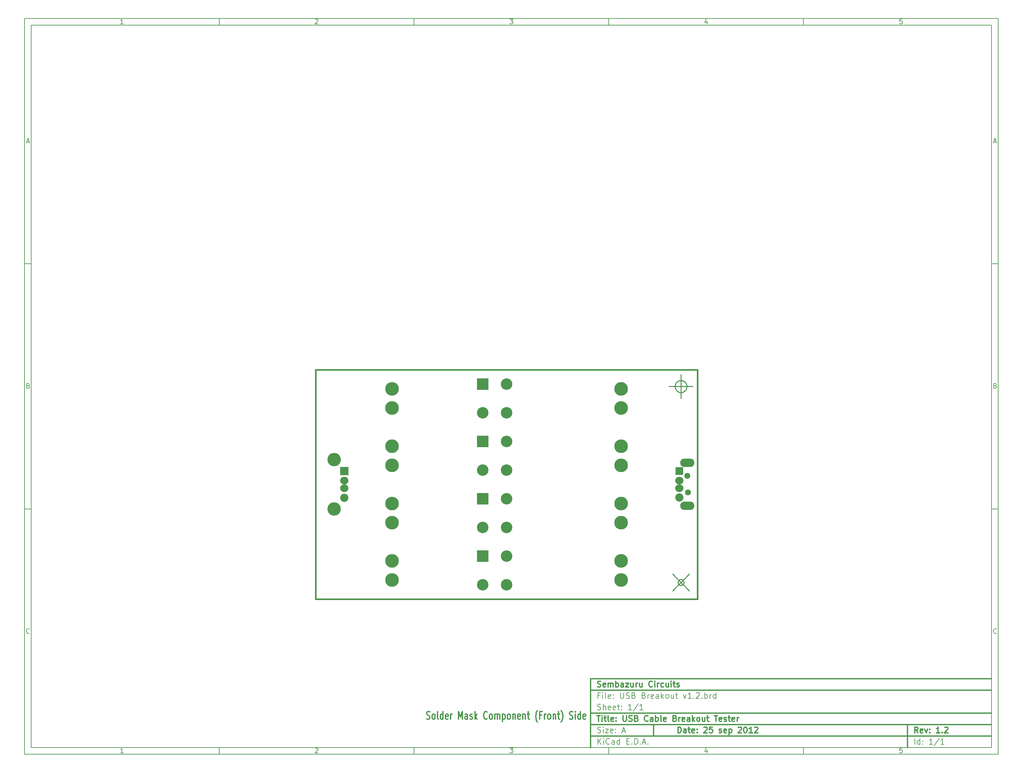
<source format=gts>
G04 (created by PCBNEW-RS274X (2012-01-19 BZR 3256)-stable) date 25/09/2012 17:31:46*
G01*
G70*
G90*
%MOIN*%
G04 Gerber Fmt 3.4, Leading zero omitted, Abs format*
%FSLAX34Y34*%
G04 APERTURE LIST*
%ADD10C,0.006000*%
%ADD11C,0.012000*%
%ADD12C,0.010000*%
%ADD13C,0.015000*%
%ADD14R,0.120000X0.120000*%
%ADD15C,0.120000*%
%ADD16R,0.083200X0.083200*%
%ADD17O,0.086200X0.079100*%
%ADD18C,0.086200*%
%ADD19O,0.148400X0.089400*%
%ADD20C,0.063300*%
%ADD21R,0.086200X0.086200*%
%ADD22C,0.140600*%
%ADD23C,0.143000*%
G04 APERTURE END LIST*
G54D10*
X-30500Y36750D02*
X71500Y36750D01*
X71500Y-40250D01*
X-30500Y-40250D01*
X-30500Y36750D01*
X-29800Y36050D02*
X70800Y36050D01*
X70800Y-39550D01*
X-29800Y-39550D01*
X-29800Y36050D01*
X-10100Y36750D02*
X-10100Y36050D01*
X-20157Y36198D02*
X-20443Y36198D01*
X-20300Y36198D02*
X-20300Y36698D01*
X-20348Y36626D01*
X-20395Y36579D01*
X-20443Y36555D01*
X-10100Y-40250D02*
X-10100Y-39550D01*
X-20157Y-40102D02*
X-20443Y-40102D01*
X-20300Y-40102D02*
X-20300Y-39602D01*
X-20348Y-39674D01*
X-20395Y-39721D01*
X-20443Y-39745D01*
X10300Y36750D02*
X10300Y36050D01*
X-00043Y36650D02*
X-00019Y36674D01*
X00029Y36698D01*
X00148Y36698D01*
X00195Y36674D01*
X00219Y36650D01*
X00243Y36602D01*
X00243Y36555D01*
X00219Y36483D01*
X-00067Y36198D01*
X00243Y36198D01*
X10300Y-40250D02*
X10300Y-39550D01*
X-00043Y-39650D02*
X-00019Y-39626D01*
X00029Y-39602D01*
X00148Y-39602D01*
X00195Y-39626D01*
X00219Y-39650D01*
X00243Y-39698D01*
X00243Y-39745D01*
X00219Y-39817D01*
X-00067Y-40102D01*
X00243Y-40102D01*
X30700Y36750D02*
X30700Y36050D01*
X20333Y36698D02*
X20643Y36698D01*
X20476Y36507D01*
X20548Y36507D01*
X20595Y36483D01*
X20619Y36460D01*
X20643Y36412D01*
X20643Y36293D01*
X20619Y36245D01*
X20595Y36221D01*
X20548Y36198D01*
X20405Y36198D01*
X20357Y36221D01*
X20333Y36245D01*
X30700Y-40250D02*
X30700Y-39550D01*
X20333Y-39602D02*
X20643Y-39602D01*
X20476Y-39793D01*
X20548Y-39793D01*
X20595Y-39817D01*
X20619Y-39840D01*
X20643Y-39888D01*
X20643Y-40007D01*
X20619Y-40055D01*
X20595Y-40079D01*
X20548Y-40102D01*
X20405Y-40102D01*
X20357Y-40079D01*
X20333Y-40055D01*
X51100Y36750D02*
X51100Y36050D01*
X40995Y36531D02*
X40995Y36198D01*
X40876Y36721D02*
X40757Y36364D01*
X41067Y36364D01*
X51100Y-40250D02*
X51100Y-39550D01*
X40995Y-39769D02*
X40995Y-40102D01*
X40876Y-39579D02*
X40757Y-39936D01*
X41067Y-39936D01*
X61419Y36698D02*
X61181Y36698D01*
X61157Y36460D01*
X61181Y36483D01*
X61229Y36507D01*
X61348Y36507D01*
X61395Y36483D01*
X61419Y36460D01*
X61443Y36412D01*
X61443Y36293D01*
X61419Y36245D01*
X61395Y36221D01*
X61348Y36198D01*
X61229Y36198D01*
X61181Y36221D01*
X61157Y36245D01*
X61419Y-39602D02*
X61181Y-39602D01*
X61157Y-39840D01*
X61181Y-39817D01*
X61229Y-39793D01*
X61348Y-39793D01*
X61395Y-39817D01*
X61419Y-39840D01*
X61443Y-39888D01*
X61443Y-40007D01*
X61419Y-40055D01*
X61395Y-40079D01*
X61348Y-40102D01*
X61229Y-40102D01*
X61181Y-40079D01*
X61157Y-40055D01*
X-30500Y11090D02*
X-29800Y11090D01*
X-30269Y23860D02*
X-30031Y23860D01*
X-30316Y23718D02*
X-30150Y24218D01*
X-29983Y23718D01*
X71500Y11090D02*
X70800Y11090D01*
X71031Y23860D02*
X71269Y23860D01*
X70984Y23718D02*
X71150Y24218D01*
X71317Y23718D01*
X-30500Y-14570D02*
X-29800Y-14570D01*
X-30114Y-01680D02*
X-30043Y-01704D01*
X-30019Y-01728D01*
X-29995Y-01776D01*
X-29995Y-01847D01*
X-30019Y-01895D01*
X-30043Y-01919D01*
X-30090Y-01942D01*
X-30281Y-01942D01*
X-30281Y-01442D01*
X-30114Y-01442D01*
X-30067Y-01466D01*
X-30043Y-01490D01*
X-30019Y-01538D01*
X-30019Y-01585D01*
X-30043Y-01633D01*
X-30067Y-01657D01*
X-30114Y-01680D01*
X-30281Y-01680D01*
X71500Y-14570D02*
X70800Y-14570D01*
X71186Y-01680D02*
X71257Y-01704D01*
X71281Y-01728D01*
X71305Y-01776D01*
X71305Y-01847D01*
X71281Y-01895D01*
X71257Y-01919D01*
X71210Y-01942D01*
X71019Y-01942D01*
X71019Y-01442D01*
X71186Y-01442D01*
X71233Y-01466D01*
X71257Y-01490D01*
X71281Y-01538D01*
X71281Y-01585D01*
X71257Y-01633D01*
X71233Y-01657D01*
X71186Y-01680D01*
X71019Y-01680D01*
X-29995Y-27555D02*
X-30019Y-27579D01*
X-30090Y-27602D01*
X-30138Y-27602D01*
X-30210Y-27579D01*
X-30257Y-27531D01*
X-30281Y-27483D01*
X-30305Y-27388D01*
X-30305Y-27317D01*
X-30281Y-27221D01*
X-30257Y-27174D01*
X-30210Y-27126D01*
X-30138Y-27102D01*
X-30090Y-27102D01*
X-30019Y-27126D01*
X-29995Y-27150D01*
X71305Y-27555D02*
X71281Y-27579D01*
X71210Y-27602D01*
X71162Y-27602D01*
X71090Y-27579D01*
X71043Y-27531D01*
X71019Y-27483D01*
X70995Y-27388D01*
X70995Y-27317D01*
X71019Y-27221D01*
X71043Y-27174D01*
X71090Y-27126D01*
X71162Y-27102D01*
X71210Y-27102D01*
X71281Y-27126D01*
X71305Y-27150D01*
G54D11*
X37943Y-37993D02*
X37943Y-37393D01*
X38086Y-37393D01*
X38171Y-37421D01*
X38229Y-37479D01*
X38257Y-37536D01*
X38286Y-37650D01*
X38286Y-37736D01*
X38257Y-37850D01*
X38229Y-37907D01*
X38171Y-37964D01*
X38086Y-37993D01*
X37943Y-37993D01*
X38800Y-37993D02*
X38800Y-37679D01*
X38771Y-37621D01*
X38714Y-37593D01*
X38600Y-37593D01*
X38543Y-37621D01*
X38800Y-37964D02*
X38743Y-37993D01*
X38600Y-37993D01*
X38543Y-37964D01*
X38514Y-37907D01*
X38514Y-37850D01*
X38543Y-37793D01*
X38600Y-37764D01*
X38743Y-37764D01*
X38800Y-37736D01*
X39000Y-37593D02*
X39229Y-37593D01*
X39086Y-37393D02*
X39086Y-37907D01*
X39114Y-37964D01*
X39172Y-37993D01*
X39229Y-37993D01*
X39657Y-37964D02*
X39600Y-37993D01*
X39486Y-37993D01*
X39429Y-37964D01*
X39400Y-37907D01*
X39400Y-37679D01*
X39429Y-37621D01*
X39486Y-37593D01*
X39600Y-37593D01*
X39657Y-37621D01*
X39686Y-37679D01*
X39686Y-37736D01*
X39400Y-37793D01*
X39943Y-37936D02*
X39971Y-37964D01*
X39943Y-37993D01*
X39914Y-37964D01*
X39943Y-37936D01*
X39943Y-37993D01*
X39943Y-37621D02*
X39971Y-37650D01*
X39943Y-37679D01*
X39914Y-37650D01*
X39943Y-37621D01*
X39943Y-37679D01*
X40657Y-37450D02*
X40686Y-37421D01*
X40743Y-37393D01*
X40886Y-37393D01*
X40943Y-37421D01*
X40972Y-37450D01*
X41000Y-37507D01*
X41000Y-37564D01*
X40972Y-37650D01*
X40629Y-37993D01*
X41000Y-37993D01*
X41543Y-37393D02*
X41257Y-37393D01*
X41228Y-37679D01*
X41257Y-37650D01*
X41314Y-37621D01*
X41457Y-37621D01*
X41514Y-37650D01*
X41543Y-37679D01*
X41571Y-37736D01*
X41571Y-37879D01*
X41543Y-37936D01*
X41514Y-37964D01*
X41457Y-37993D01*
X41314Y-37993D01*
X41257Y-37964D01*
X41228Y-37936D01*
X42256Y-37964D02*
X42313Y-37993D01*
X42428Y-37993D01*
X42485Y-37964D01*
X42513Y-37907D01*
X42513Y-37879D01*
X42485Y-37821D01*
X42428Y-37793D01*
X42342Y-37793D01*
X42285Y-37764D01*
X42256Y-37707D01*
X42256Y-37679D01*
X42285Y-37621D01*
X42342Y-37593D01*
X42428Y-37593D01*
X42485Y-37621D01*
X42999Y-37964D02*
X42942Y-37993D01*
X42828Y-37993D01*
X42771Y-37964D01*
X42742Y-37907D01*
X42742Y-37679D01*
X42771Y-37621D01*
X42828Y-37593D01*
X42942Y-37593D01*
X42999Y-37621D01*
X43028Y-37679D01*
X43028Y-37736D01*
X42742Y-37793D01*
X43285Y-37593D02*
X43285Y-38193D01*
X43285Y-37621D02*
X43342Y-37593D01*
X43456Y-37593D01*
X43513Y-37621D01*
X43542Y-37650D01*
X43571Y-37707D01*
X43571Y-37879D01*
X43542Y-37936D01*
X43513Y-37964D01*
X43456Y-37993D01*
X43342Y-37993D01*
X43285Y-37964D01*
X44256Y-37450D02*
X44285Y-37421D01*
X44342Y-37393D01*
X44485Y-37393D01*
X44542Y-37421D01*
X44571Y-37450D01*
X44599Y-37507D01*
X44599Y-37564D01*
X44571Y-37650D01*
X44228Y-37993D01*
X44599Y-37993D01*
X44970Y-37393D02*
X45027Y-37393D01*
X45084Y-37421D01*
X45113Y-37450D01*
X45142Y-37507D01*
X45170Y-37621D01*
X45170Y-37764D01*
X45142Y-37879D01*
X45113Y-37936D01*
X45084Y-37964D01*
X45027Y-37993D01*
X44970Y-37993D01*
X44913Y-37964D01*
X44884Y-37936D01*
X44856Y-37879D01*
X44827Y-37764D01*
X44827Y-37621D01*
X44856Y-37507D01*
X44884Y-37450D01*
X44913Y-37421D01*
X44970Y-37393D01*
X45741Y-37993D02*
X45398Y-37993D01*
X45570Y-37993D02*
X45570Y-37393D01*
X45513Y-37479D01*
X45455Y-37536D01*
X45398Y-37564D01*
X45969Y-37450D02*
X45998Y-37421D01*
X46055Y-37393D01*
X46198Y-37393D01*
X46255Y-37421D01*
X46284Y-37450D01*
X46312Y-37507D01*
X46312Y-37564D01*
X46284Y-37650D01*
X45941Y-37993D01*
X46312Y-37993D01*
G54D10*
X29543Y-39193D02*
X29543Y-38593D01*
X29886Y-39193D02*
X29629Y-38850D01*
X29886Y-38593D02*
X29543Y-38936D01*
X30143Y-39193D02*
X30143Y-38793D01*
X30143Y-38593D02*
X30114Y-38621D01*
X30143Y-38650D01*
X30171Y-38621D01*
X30143Y-38593D01*
X30143Y-38650D01*
X30772Y-39136D02*
X30743Y-39164D01*
X30657Y-39193D01*
X30600Y-39193D01*
X30515Y-39164D01*
X30457Y-39107D01*
X30429Y-39050D01*
X30400Y-38936D01*
X30400Y-38850D01*
X30429Y-38736D01*
X30457Y-38679D01*
X30515Y-38621D01*
X30600Y-38593D01*
X30657Y-38593D01*
X30743Y-38621D01*
X30772Y-38650D01*
X31286Y-39193D02*
X31286Y-38879D01*
X31257Y-38821D01*
X31200Y-38793D01*
X31086Y-38793D01*
X31029Y-38821D01*
X31286Y-39164D02*
X31229Y-39193D01*
X31086Y-39193D01*
X31029Y-39164D01*
X31000Y-39107D01*
X31000Y-39050D01*
X31029Y-38993D01*
X31086Y-38964D01*
X31229Y-38964D01*
X31286Y-38936D01*
X31829Y-39193D02*
X31829Y-38593D01*
X31829Y-39164D02*
X31772Y-39193D01*
X31658Y-39193D01*
X31600Y-39164D01*
X31572Y-39136D01*
X31543Y-39079D01*
X31543Y-38907D01*
X31572Y-38850D01*
X31600Y-38821D01*
X31658Y-38793D01*
X31772Y-38793D01*
X31829Y-38821D01*
X32572Y-38879D02*
X32772Y-38879D01*
X32858Y-39193D02*
X32572Y-39193D01*
X32572Y-38593D01*
X32858Y-38593D01*
X33115Y-39136D02*
X33143Y-39164D01*
X33115Y-39193D01*
X33086Y-39164D01*
X33115Y-39136D01*
X33115Y-39193D01*
X33401Y-39193D02*
X33401Y-38593D01*
X33544Y-38593D01*
X33629Y-38621D01*
X33687Y-38679D01*
X33715Y-38736D01*
X33744Y-38850D01*
X33744Y-38936D01*
X33715Y-39050D01*
X33687Y-39107D01*
X33629Y-39164D01*
X33544Y-39193D01*
X33401Y-39193D01*
X34001Y-39136D02*
X34029Y-39164D01*
X34001Y-39193D01*
X33972Y-39164D01*
X34001Y-39136D01*
X34001Y-39193D01*
X34258Y-39021D02*
X34544Y-39021D01*
X34201Y-39193D02*
X34401Y-38593D01*
X34601Y-39193D01*
X34801Y-39136D02*
X34829Y-39164D01*
X34801Y-39193D01*
X34772Y-39164D01*
X34801Y-39136D01*
X34801Y-39193D01*
G54D11*
X63086Y-37993D02*
X62886Y-37707D01*
X62743Y-37993D02*
X62743Y-37393D01*
X62971Y-37393D01*
X63029Y-37421D01*
X63057Y-37450D01*
X63086Y-37507D01*
X63086Y-37593D01*
X63057Y-37650D01*
X63029Y-37679D01*
X62971Y-37707D01*
X62743Y-37707D01*
X63571Y-37964D02*
X63514Y-37993D01*
X63400Y-37993D01*
X63343Y-37964D01*
X63314Y-37907D01*
X63314Y-37679D01*
X63343Y-37621D01*
X63400Y-37593D01*
X63514Y-37593D01*
X63571Y-37621D01*
X63600Y-37679D01*
X63600Y-37736D01*
X63314Y-37793D01*
X63800Y-37593D02*
X63943Y-37993D01*
X64085Y-37593D01*
X64314Y-37936D02*
X64342Y-37964D01*
X64314Y-37993D01*
X64285Y-37964D01*
X64314Y-37936D01*
X64314Y-37993D01*
X64314Y-37621D02*
X64342Y-37650D01*
X64314Y-37679D01*
X64285Y-37650D01*
X64314Y-37621D01*
X64314Y-37679D01*
X65371Y-37993D02*
X65028Y-37993D01*
X65200Y-37993D02*
X65200Y-37393D01*
X65143Y-37479D01*
X65085Y-37536D01*
X65028Y-37564D01*
X65628Y-37936D02*
X65656Y-37964D01*
X65628Y-37993D01*
X65599Y-37964D01*
X65628Y-37936D01*
X65628Y-37993D01*
X65885Y-37450D02*
X65914Y-37421D01*
X65971Y-37393D01*
X66114Y-37393D01*
X66171Y-37421D01*
X66200Y-37450D01*
X66228Y-37507D01*
X66228Y-37564D01*
X66200Y-37650D01*
X65857Y-37993D01*
X66228Y-37993D01*
G54D10*
X29514Y-37964D02*
X29600Y-37993D01*
X29743Y-37993D01*
X29800Y-37964D01*
X29829Y-37936D01*
X29857Y-37879D01*
X29857Y-37821D01*
X29829Y-37764D01*
X29800Y-37736D01*
X29743Y-37707D01*
X29629Y-37679D01*
X29571Y-37650D01*
X29543Y-37621D01*
X29514Y-37564D01*
X29514Y-37507D01*
X29543Y-37450D01*
X29571Y-37421D01*
X29629Y-37393D01*
X29771Y-37393D01*
X29857Y-37421D01*
X30114Y-37993D02*
X30114Y-37593D01*
X30114Y-37393D02*
X30085Y-37421D01*
X30114Y-37450D01*
X30142Y-37421D01*
X30114Y-37393D01*
X30114Y-37450D01*
X30343Y-37593D02*
X30657Y-37593D01*
X30343Y-37993D01*
X30657Y-37993D01*
X31114Y-37964D02*
X31057Y-37993D01*
X30943Y-37993D01*
X30886Y-37964D01*
X30857Y-37907D01*
X30857Y-37679D01*
X30886Y-37621D01*
X30943Y-37593D01*
X31057Y-37593D01*
X31114Y-37621D01*
X31143Y-37679D01*
X31143Y-37736D01*
X30857Y-37793D01*
X31400Y-37936D02*
X31428Y-37964D01*
X31400Y-37993D01*
X31371Y-37964D01*
X31400Y-37936D01*
X31400Y-37993D01*
X31400Y-37621D02*
X31428Y-37650D01*
X31400Y-37679D01*
X31371Y-37650D01*
X31400Y-37621D01*
X31400Y-37679D01*
X32114Y-37821D02*
X32400Y-37821D01*
X32057Y-37993D02*
X32257Y-37393D01*
X32457Y-37993D01*
X62743Y-39193D02*
X62743Y-38593D01*
X63286Y-39193D02*
X63286Y-38593D01*
X63286Y-39164D02*
X63229Y-39193D01*
X63115Y-39193D01*
X63057Y-39164D01*
X63029Y-39136D01*
X63000Y-39079D01*
X63000Y-38907D01*
X63029Y-38850D01*
X63057Y-38821D01*
X63115Y-38793D01*
X63229Y-38793D01*
X63286Y-38821D01*
X63572Y-39136D02*
X63600Y-39164D01*
X63572Y-39193D01*
X63543Y-39164D01*
X63572Y-39136D01*
X63572Y-39193D01*
X63572Y-38821D02*
X63600Y-38850D01*
X63572Y-38879D01*
X63543Y-38850D01*
X63572Y-38821D01*
X63572Y-38879D01*
X64629Y-39193D02*
X64286Y-39193D01*
X64458Y-39193D02*
X64458Y-38593D01*
X64401Y-38679D01*
X64343Y-38736D01*
X64286Y-38764D01*
X65314Y-38564D02*
X64800Y-39336D01*
X65829Y-39193D02*
X65486Y-39193D01*
X65658Y-39193D02*
X65658Y-38593D01*
X65601Y-38679D01*
X65543Y-38736D01*
X65486Y-38764D01*
G54D11*
X29457Y-36193D02*
X29800Y-36193D01*
X29629Y-36793D02*
X29629Y-36193D01*
X30000Y-36793D02*
X30000Y-36393D01*
X30000Y-36193D02*
X29971Y-36221D01*
X30000Y-36250D01*
X30028Y-36221D01*
X30000Y-36193D01*
X30000Y-36250D01*
X30200Y-36393D02*
X30429Y-36393D01*
X30286Y-36193D02*
X30286Y-36707D01*
X30314Y-36764D01*
X30372Y-36793D01*
X30429Y-36793D01*
X30715Y-36793D02*
X30657Y-36764D01*
X30629Y-36707D01*
X30629Y-36193D01*
X31171Y-36764D02*
X31114Y-36793D01*
X31000Y-36793D01*
X30943Y-36764D01*
X30914Y-36707D01*
X30914Y-36479D01*
X30943Y-36421D01*
X31000Y-36393D01*
X31114Y-36393D01*
X31171Y-36421D01*
X31200Y-36479D01*
X31200Y-36536D01*
X30914Y-36593D01*
X31457Y-36736D02*
X31485Y-36764D01*
X31457Y-36793D01*
X31428Y-36764D01*
X31457Y-36736D01*
X31457Y-36793D01*
X31457Y-36421D02*
X31485Y-36450D01*
X31457Y-36479D01*
X31428Y-36450D01*
X31457Y-36421D01*
X31457Y-36479D01*
X32200Y-36193D02*
X32200Y-36679D01*
X32228Y-36736D01*
X32257Y-36764D01*
X32314Y-36793D01*
X32428Y-36793D01*
X32486Y-36764D01*
X32514Y-36736D01*
X32543Y-36679D01*
X32543Y-36193D01*
X32800Y-36764D02*
X32886Y-36793D01*
X33029Y-36793D01*
X33086Y-36764D01*
X33115Y-36736D01*
X33143Y-36679D01*
X33143Y-36621D01*
X33115Y-36564D01*
X33086Y-36536D01*
X33029Y-36507D01*
X32915Y-36479D01*
X32857Y-36450D01*
X32829Y-36421D01*
X32800Y-36364D01*
X32800Y-36307D01*
X32829Y-36250D01*
X32857Y-36221D01*
X32915Y-36193D01*
X33057Y-36193D01*
X33143Y-36221D01*
X33600Y-36479D02*
X33686Y-36507D01*
X33714Y-36536D01*
X33743Y-36593D01*
X33743Y-36679D01*
X33714Y-36736D01*
X33686Y-36764D01*
X33628Y-36793D01*
X33400Y-36793D01*
X33400Y-36193D01*
X33600Y-36193D01*
X33657Y-36221D01*
X33686Y-36250D01*
X33714Y-36307D01*
X33714Y-36364D01*
X33686Y-36421D01*
X33657Y-36450D01*
X33600Y-36479D01*
X33400Y-36479D01*
X34800Y-36736D02*
X34771Y-36764D01*
X34685Y-36793D01*
X34628Y-36793D01*
X34543Y-36764D01*
X34485Y-36707D01*
X34457Y-36650D01*
X34428Y-36536D01*
X34428Y-36450D01*
X34457Y-36336D01*
X34485Y-36279D01*
X34543Y-36221D01*
X34628Y-36193D01*
X34685Y-36193D01*
X34771Y-36221D01*
X34800Y-36250D01*
X35314Y-36793D02*
X35314Y-36479D01*
X35285Y-36421D01*
X35228Y-36393D01*
X35114Y-36393D01*
X35057Y-36421D01*
X35314Y-36764D02*
X35257Y-36793D01*
X35114Y-36793D01*
X35057Y-36764D01*
X35028Y-36707D01*
X35028Y-36650D01*
X35057Y-36593D01*
X35114Y-36564D01*
X35257Y-36564D01*
X35314Y-36536D01*
X35600Y-36793D02*
X35600Y-36193D01*
X35600Y-36421D02*
X35657Y-36393D01*
X35771Y-36393D01*
X35828Y-36421D01*
X35857Y-36450D01*
X35886Y-36507D01*
X35886Y-36679D01*
X35857Y-36736D01*
X35828Y-36764D01*
X35771Y-36793D01*
X35657Y-36793D01*
X35600Y-36764D01*
X36229Y-36793D02*
X36171Y-36764D01*
X36143Y-36707D01*
X36143Y-36193D01*
X36685Y-36764D02*
X36628Y-36793D01*
X36514Y-36793D01*
X36457Y-36764D01*
X36428Y-36707D01*
X36428Y-36479D01*
X36457Y-36421D01*
X36514Y-36393D01*
X36628Y-36393D01*
X36685Y-36421D01*
X36714Y-36479D01*
X36714Y-36536D01*
X36428Y-36593D01*
X37628Y-36479D02*
X37714Y-36507D01*
X37742Y-36536D01*
X37771Y-36593D01*
X37771Y-36679D01*
X37742Y-36736D01*
X37714Y-36764D01*
X37656Y-36793D01*
X37428Y-36793D01*
X37428Y-36193D01*
X37628Y-36193D01*
X37685Y-36221D01*
X37714Y-36250D01*
X37742Y-36307D01*
X37742Y-36364D01*
X37714Y-36421D01*
X37685Y-36450D01*
X37628Y-36479D01*
X37428Y-36479D01*
X38028Y-36793D02*
X38028Y-36393D01*
X38028Y-36507D02*
X38056Y-36450D01*
X38085Y-36421D01*
X38142Y-36393D01*
X38199Y-36393D01*
X38627Y-36764D02*
X38570Y-36793D01*
X38456Y-36793D01*
X38399Y-36764D01*
X38370Y-36707D01*
X38370Y-36479D01*
X38399Y-36421D01*
X38456Y-36393D01*
X38570Y-36393D01*
X38627Y-36421D01*
X38656Y-36479D01*
X38656Y-36536D01*
X38370Y-36593D01*
X39170Y-36793D02*
X39170Y-36479D01*
X39141Y-36421D01*
X39084Y-36393D01*
X38970Y-36393D01*
X38913Y-36421D01*
X39170Y-36764D02*
X39113Y-36793D01*
X38970Y-36793D01*
X38913Y-36764D01*
X38884Y-36707D01*
X38884Y-36650D01*
X38913Y-36593D01*
X38970Y-36564D01*
X39113Y-36564D01*
X39170Y-36536D01*
X39456Y-36793D02*
X39456Y-36193D01*
X39513Y-36564D02*
X39684Y-36793D01*
X39684Y-36393D02*
X39456Y-36621D01*
X40028Y-36793D02*
X39970Y-36764D01*
X39942Y-36736D01*
X39913Y-36679D01*
X39913Y-36507D01*
X39942Y-36450D01*
X39970Y-36421D01*
X40028Y-36393D01*
X40113Y-36393D01*
X40170Y-36421D01*
X40199Y-36450D01*
X40228Y-36507D01*
X40228Y-36679D01*
X40199Y-36736D01*
X40170Y-36764D01*
X40113Y-36793D01*
X40028Y-36793D01*
X40742Y-36393D02*
X40742Y-36793D01*
X40485Y-36393D02*
X40485Y-36707D01*
X40513Y-36764D01*
X40571Y-36793D01*
X40656Y-36793D01*
X40713Y-36764D01*
X40742Y-36736D01*
X40942Y-36393D02*
X41171Y-36393D01*
X41028Y-36193D02*
X41028Y-36707D01*
X41056Y-36764D01*
X41114Y-36793D01*
X41171Y-36793D01*
X41742Y-36193D02*
X42085Y-36193D01*
X41914Y-36793D02*
X41914Y-36193D01*
X42513Y-36764D02*
X42456Y-36793D01*
X42342Y-36793D01*
X42285Y-36764D01*
X42256Y-36707D01*
X42256Y-36479D01*
X42285Y-36421D01*
X42342Y-36393D01*
X42456Y-36393D01*
X42513Y-36421D01*
X42542Y-36479D01*
X42542Y-36536D01*
X42256Y-36593D01*
X42770Y-36764D02*
X42827Y-36793D01*
X42942Y-36793D01*
X42999Y-36764D01*
X43027Y-36707D01*
X43027Y-36679D01*
X42999Y-36621D01*
X42942Y-36593D01*
X42856Y-36593D01*
X42799Y-36564D01*
X42770Y-36507D01*
X42770Y-36479D01*
X42799Y-36421D01*
X42856Y-36393D01*
X42942Y-36393D01*
X42999Y-36421D01*
X43199Y-36393D02*
X43428Y-36393D01*
X43285Y-36193D02*
X43285Y-36707D01*
X43313Y-36764D01*
X43371Y-36793D01*
X43428Y-36793D01*
X43856Y-36764D02*
X43799Y-36793D01*
X43685Y-36793D01*
X43628Y-36764D01*
X43599Y-36707D01*
X43599Y-36479D01*
X43628Y-36421D01*
X43685Y-36393D01*
X43799Y-36393D01*
X43856Y-36421D01*
X43885Y-36479D01*
X43885Y-36536D01*
X43599Y-36593D01*
X44142Y-36793D02*
X44142Y-36393D01*
X44142Y-36507D02*
X44170Y-36450D01*
X44199Y-36421D01*
X44256Y-36393D01*
X44313Y-36393D01*
G54D10*
X29743Y-34079D02*
X29543Y-34079D01*
X29543Y-34393D02*
X29543Y-33793D01*
X29829Y-33793D01*
X30057Y-34393D02*
X30057Y-33993D01*
X30057Y-33793D02*
X30028Y-33821D01*
X30057Y-33850D01*
X30085Y-33821D01*
X30057Y-33793D01*
X30057Y-33850D01*
X30429Y-34393D02*
X30371Y-34364D01*
X30343Y-34307D01*
X30343Y-33793D01*
X30885Y-34364D02*
X30828Y-34393D01*
X30714Y-34393D01*
X30657Y-34364D01*
X30628Y-34307D01*
X30628Y-34079D01*
X30657Y-34021D01*
X30714Y-33993D01*
X30828Y-33993D01*
X30885Y-34021D01*
X30914Y-34079D01*
X30914Y-34136D01*
X30628Y-34193D01*
X31171Y-34336D02*
X31199Y-34364D01*
X31171Y-34393D01*
X31142Y-34364D01*
X31171Y-34336D01*
X31171Y-34393D01*
X31171Y-34021D02*
X31199Y-34050D01*
X31171Y-34079D01*
X31142Y-34050D01*
X31171Y-34021D01*
X31171Y-34079D01*
X31914Y-33793D02*
X31914Y-34279D01*
X31942Y-34336D01*
X31971Y-34364D01*
X32028Y-34393D01*
X32142Y-34393D01*
X32200Y-34364D01*
X32228Y-34336D01*
X32257Y-34279D01*
X32257Y-33793D01*
X32514Y-34364D02*
X32600Y-34393D01*
X32743Y-34393D01*
X32800Y-34364D01*
X32829Y-34336D01*
X32857Y-34279D01*
X32857Y-34221D01*
X32829Y-34164D01*
X32800Y-34136D01*
X32743Y-34107D01*
X32629Y-34079D01*
X32571Y-34050D01*
X32543Y-34021D01*
X32514Y-33964D01*
X32514Y-33907D01*
X32543Y-33850D01*
X32571Y-33821D01*
X32629Y-33793D01*
X32771Y-33793D01*
X32857Y-33821D01*
X33314Y-34079D02*
X33400Y-34107D01*
X33428Y-34136D01*
X33457Y-34193D01*
X33457Y-34279D01*
X33428Y-34336D01*
X33400Y-34364D01*
X33342Y-34393D01*
X33114Y-34393D01*
X33114Y-33793D01*
X33314Y-33793D01*
X33371Y-33821D01*
X33400Y-33850D01*
X33428Y-33907D01*
X33428Y-33964D01*
X33400Y-34021D01*
X33371Y-34050D01*
X33314Y-34079D01*
X33114Y-34079D01*
X34371Y-34079D02*
X34457Y-34107D01*
X34485Y-34136D01*
X34514Y-34193D01*
X34514Y-34279D01*
X34485Y-34336D01*
X34457Y-34364D01*
X34399Y-34393D01*
X34171Y-34393D01*
X34171Y-33793D01*
X34371Y-33793D01*
X34428Y-33821D01*
X34457Y-33850D01*
X34485Y-33907D01*
X34485Y-33964D01*
X34457Y-34021D01*
X34428Y-34050D01*
X34371Y-34079D01*
X34171Y-34079D01*
X34771Y-34393D02*
X34771Y-33993D01*
X34771Y-34107D02*
X34799Y-34050D01*
X34828Y-34021D01*
X34885Y-33993D01*
X34942Y-33993D01*
X35370Y-34364D02*
X35313Y-34393D01*
X35199Y-34393D01*
X35142Y-34364D01*
X35113Y-34307D01*
X35113Y-34079D01*
X35142Y-34021D01*
X35199Y-33993D01*
X35313Y-33993D01*
X35370Y-34021D01*
X35399Y-34079D01*
X35399Y-34136D01*
X35113Y-34193D01*
X35913Y-34393D02*
X35913Y-34079D01*
X35884Y-34021D01*
X35827Y-33993D01*
X35713Y-33993D01*
X35656Y-34021D01*
X35913Y-34364D02*
X35856Y-34393D01*
X35713Y-34393D01*
X35656Y-34364D01*
X35627Y-34307D01*
X35627Y-34250D01*
X35656Y-34193D01*
X35713Y-34164D01*
X35856Y-34164D01*
X35913Y-34136D01*
X36199Y-34393D02*
X36199Y-33793D01*
X36256Y-34164D02*
X36427Y-34393D01*
X36427Y-33993D02*
X36199Y-34221D01*
X36771Y-34393D02*
X36713Y-34364D01*
X36685Y-34336D01*
X36656Y-34279D01*
X36656Y-34107D01*
X36685Y-34050D01*
X36713Y-34021D01*
X36771Y-33993D01*
X36856Y-33993D01*
X36913Y-34021D01*
X36942Y-34050D01*
X36971Y-34107D01*
X36971Y-34279D01*
X36942Y-34336D01*
X36913Y-34364D01*
X36856Y-34393D01*
X36771Y-34393D01*
X37485Y-33993D02*
X37485Y-34393D01*
X37228Y-33993D02*
X37228Y-34307D01*
X37256Y-34364D01*
X37314Y-34393D01*
X37399Y-34393D01*
X37456Y-34364D01*
X37485Y-34336D01*
X37685Y-33993D02*
X37914Y-33993D01*
X37771Y-33793D02*
X37771Y-34307D01*
X37799Y-34364D01*
X37857Y-34393D01*
X37914Y-34393D01*
X38514Y-33993D02*
X38657Y-34393D01*
X38799Y-33993D01*
X39342Y-34393D02*
X38999Y-34393D01*
X39171Y-34393D02*
X39171Y-33793D01*
X39114Y-33879D01*
X39056Y-33936D01*
X38999Y-33964D01*
X39599Y-34336D02*
X39627Y-34364D01*
X39599Y-34393D01*
X39570Y-34364D01*
X39599Y-34336D01*
X39599Y-34393D01*
X39856Y-33850D02*
X39885Y-33821D01*
X39942Y-33793D01*
X40085Y-33793D01*
X40142Y-33821D01*
X40171Y-33850D01*
X40199Y-33907D01*
X40199Y-33964D01*
X40171Y-34050D01*
X39828Y-34393D01*
X40199Y-34393D01*
X40456Y-34336D02*
X40484Y-34364D01*
X40456Y-34393D01*
X40427Y-34364D01*
X40456Y-34336D01*
X40456Y-34393D01*
X40742Y-34393D02*
X40742Y-33793D01*
X40742Y-34021D02*
X40799Y-33993D01*
X40913Y-33993D01*
X40970Y-34021D01*
X40999Y-34050D01*
X41028Y-34107D01*
X41028Y-34279D01*
X40999Y-34336D01*
X40970Y-34364D01*
X40913Y-34393D01*
X40799Y-34393D01*
X40742Y-34364D01*
X41285Y-34393D02*
X41285Y-33993D01*
X41285Y-34107D02*
X41313Y-34050D01*
X41342Y-34021D01*
X41399Y-33993D01*
X41456Y-33993D01*
X41913Y-34393D02*
X41913Y-33793D01*
X41913Y-34364D02*
X41856Y-34393D01*
X41742Y-34393D01*
X41684Y-34364D01*
X41656Y-34336D01*
X41627Y-34279D01*
X41627Y-34107D01*
X41656Y-34050D01*
X41684Y-34021D01*
X41742Y-33993D01*
X41856Y-33993D01*
X41913Y-34021D01*
X29514Y-35564D02*
X29600Y-35593D01*
X29743Y-35593D01*
X29800Y-35564D01*
X29829Y-35536D01*
X29857Y-35479D01*
X29857Y-35421D01*
X29829Y-35364D01*
X29800Y-35336D01*
X29743Y-35307D01*
X29629Y-35279D01*
X29571Y-35250D01*
X29543Y-35221D01*
X29514Y-35164D01*
X29514Y-35107D01*
X29543Y-35050D01*
X29571Y-35021D01*
X29629Y-34993D01*
X29771Y-34993D01*
X29857Y-35021D01*
X30114Y-35593D02*
X30114Y-34993D01*
X30371Y-35593D02*
X30371Y-35279D01*
X30342Y-35221D01*
X30285Y-35193D01*
X30200Y-35193D01*
X30142Y-35221D01*
X30114Y-35250D01*
X30885Y-35564D02*
X30828Y-35593D01*
X30714Y-35593D01*
X30657Y-35564D01*
X30628Y-35507D01*
X30628Y-35279D01*
X30657Y-35221D01*
X30714Y-35193D01*
X30828Y-35193D01*
X30885Y-35221D01*
X30914Y-35279D01*
X30914Y-35336D01*
X30628Y-35393D01*
X31399Y-35564D02*
X31342Y-35593D01*
X31228Y-35593D01*
X31171Y-35564D01*
X31142Y-35507D01*
X31142Y-35279D01*
X31171Y-35221D01*
X31228Y-35193D01*
X31342Y-35193D01*
X31399Y-35221D01*
X31428Y-35279D01*
X31428Y-35336D01*
X31142Y-35393D01*
X31599Y-35193D02*
X31828Y-35193D01*
X31685Y-34993D02*
X31685Y-35507D01*
X31713Y-35564D01*
X31771Y-35593D01*
X31828Y-35593D01*
X32028Y-35536D02*
X32056Y-35564D01*
X32028Y-35593D01*
X31999Y-35564D01*
X32028Y-35536D01*
X32028Y-35593D01*
X32028Y-35221D02*
X32056Y-35250D01*
X32028Y-35279D01*
X31999Y-35250D01*
X32028Y-35221D01*
X32028Y-35279D01*
X33085Y-35593D02*
X32742Y-35593D01*
X32914Y-35593D02*
X32914Y-34993D01*
X32857Y-35079D01*
X32799Y-35136D01*
X32742Y-35164D01*
X33770Y-34964D02*
X33256Y-35736D01*
X34285Y-35593D02*
X33942Y-35593D01*
X34114Y-35593D02*
X34114Y-34993D01*
X34057Y-35079D01*
X33999Y-35136D01*
X33942Y-35164D01*
G54D11*
X29514Y-33164D02*
X29600Y-33193D01*
X29743Y-33193D01*
X29800Y-33164D01*
X29829Y-33136D01*
X29857Y-33079D01*
X29857Y-33021D01*
X29829Y-32964D01*
X29800Y-32936D01*
X29743Y-32907D01*
X29629Y-32879D01*
X29571Y-32850D01*
X29543Y-32821D01*
X29514Y-32764D01*
X29514Y-32707D01*
X29543Y-32650D01*
X29571Y-32621D01*
X29629Y-32593D01*
X29771Y-32593D01*
X29857Y-32621D01*
X30342Y-33164D02*
X30285Y-33193D01*
X30171Y-33193D01*
X30114Y-33164D01*
X30085Y-33107D01*
X30085Y-32879D01*
X30114Y-32821D01*
X30171Y-32793D01*
X30285Y-32793D01*
X30342Y-32821D01*
X30371Y-32879D01*
X30371Y-32936D01*
X30085Y-32993D01*
X30628Y-33193D02*
X30628Y-32793D01*
X30628Y-32850D02*
X30656Y-32821D01*
X30714Y-32793D01*
X30799Y-32793D01*
X30856Y-32821D01*
X30885Y-32879D01*
X30885Y-33193D01*
X30885Y-32879D02*
X30914Y-32821D01*
X30971Y-32793D01*
X31056Y-32793D01*
X31114Y-32821D01*
X31142Y-32879D01*
X31142Y-33193D01*
X31428Y-33193D02*
X31428Y-32593D01*
X31428Y-32821D02*
X31485Y-32793D01*
X31599Y-32793D01*
X31656Y-32821D01*
X31685Y-32850D01*
X31714Y-32907D01*
X31714Y-33079D01*
X31685Y-33136D01*
X31656Y-33164D01*
X31599Y-33193D01*
X31485Y-33193D01*
X31428Y-33164D01*
X32228Y-33193D02*
X32228Y-32879D01*
X32199Y-32821D01*
X32142Y-32793D01*
X32028Y-32793D01*
X31971Y-32821D01*
X32228Y-33164D02*
X32171Y-33193D01*
X32028Y-33193D01*
X31971Y-33164D01*
X31942Y-33107D01*
X31942Y-33050D01*
X31971Y-32993D01*
X32028Y-32964D01*
X32171Y-32964D01*
X32228Y-32936D01*
X32457Y-32793D02*
X32771Y-32793D01*
X32457Y-33193D01*
X32771Y-33193D01*
X33257Y-32793D02*
X33257Y-33193D01*
X33000Y-32793D02*
X33000Y-33107D01*
X33028Y-33164D01*
X33086Y-33193D01*
X33171Y-33193D01*
X33228Y-33164D01*
X33257Y-33136D01*
X33543Y-33193D02*
X33543Y-32793D01*
X33543Y-32907D02*
X33571Y-32850D01*
X33600Y-32821D01*
X33657Y-32793D01*
X33714Y-32793D01*
X34171Y-32793D02*
X34171Y-33193D01*
X33914Y-32793D02*
X33914Y-33107D01*
X33942Y-33164D01*
X34000Y-33193D01*
X34085Y-33193D01*
X34142Y-33164D01*
X34171Y-33136D01*
X35257Y-33136D02*
X35228Y-33164D01*
X35142Y-33193D01*
X35085Y-33193D01*
X35000Y-33164D01*
X34942Y-33107D01*
X34914Y-33050D01*
X34885Y-32936D01*
X34885Y-32850D01*
X34914Y-32736D01*
X34942Y-32679D01*
X35000Y-32621D01*
X35085Y-32593D01*
X35142Y-32593D01*
X35228Y-32621D01*
X35257Y-32650D01*
X35514Y-33193D02*
X35514Y-32793D01*
X35514Y-32593D02*
X35485Y-32621D01*
X35514Y-32650D01*
X35542Y-32621D01*
X35514Y-32593D01*
X35514Y-32650D01*
X35800Y-33193D02*
X35800Y-32793D01*
X35800Y-32907D02*
X35828Y-32850D01*
X35857Y-32821D01*
X35914Y-32793D01*
X35971Y-32793D01*
X36428Y-33164D02*
X36371Y-33193D01*
X36257Y-33193D01*
X36199Y-33164D01*
X36171Y-33136D01*
X36142Y-33079D01*
X36142Y-32907D01*
X36171Y-32850D01*
X36199Y-32821D01*
X36257Y-32793D01*
X36371Y-32793D01*
X36428Y-32821D01*
X36942Y-32793D02*
X36942Y-33193D01*
X36685Y-32793D02*
X36685Y-33107D01*
X36713Y-33164D01*
X36771Y-33193D01*
X36856Y-33193D01*
X36913Y-33164D01*
X36942Y-33136D01*
X37228Y-33193D02*
X37228Y-32793D01*
X37228Y-32593D02*
X37199Y-32621D01*
X37228Y-32650D01*
X37256Y-32621D01*
X37228Y-32593D01*
X37228Y-32650D01*
X37428Y-32793D02*
X37657Y-32793D01*
X37514Y-32593D02*
X37514Y-33107D01*
X37542Y-33164D01*
X37600Y-33193D01*
X37657Y-33193D01*
X37828Y-33164D02*
X37885Y-33193D01*
X38000Y-33193D01*
X38057Y-33164D01*
X38085Y-33107D01*
X38085Y-33079D01*
X38057Y-33021D01*
X38000Y-32993D01*
X37914Y-32993D01*
X37857Y-32964D01*
X37828Y-32907D01*
X37828Y-32879D01*
X37857Y-32821D01*
X37914Y-32793D01*
X38000Y-32793D01*
X38057Y-32821D01*
X28800Y-32350D02*
X28800Y-39550D01*
X28800Y-33550D02*
X70800Y-33550D01*
X28800Y-32350D02*
X70800Y-32350D01*
X28800Y-35950D02*
X70800Y-35950D01*
X62000Y-37150D02*
X62000Y-39550D01*
X28800Y-38350D02*
X70800Y-38350D01*
X28800Y-37150D02*
X70800Y-37150D01*
X35400Y-37150D02*
X35400Y-38350D01*
X11614Y-36536D02*
X11700Y-36574D01*
X11843Y-36574D01*
X11900Y-36536D01*
X11929Y-36498D01*
X11957Y-36421D01*
X11957Y-36345D01*
X11929Y-36269D01*
X11900Y-36231D01*
X11843Y-36193D01*
X11729Y-36155D01*
X11671Y-36117D01*
X11643Y-36079D01*
X11614Y-36002D01*
X11614Y-35926D01*
X11643Y-35850D01*
X11671Y-35812D01*
X11729Y-35774D01*
X11871Y-35774D01*
X11957Y-35812D01*
X12300Y-36574D02*
X12242Y-36536D01*
X12214Y-36498D01*
X12185Y-36421D01*
X12185Y-36193D01*
X12214Y-36117D01*
X12242Y-36079D01*
X12300Y-36040D01*
X12385Y-36040D01*
X12442Y-36079D01*
X12471Y-36117D01*
X12500Y-36193D01*
X12500Y-36421D01*
X12471Y-36498D01*
X12442Y-36536D01*
X12385Y-36574D01*
X12300Y-36574D01*
X12843Y-36574D02*
X12785Y-36536D01*
X12757Y-36460D01*
X12757Y-35774D01*
X13328Y-36574D02*
X13328Y-35774D01*
X13328Y-36536D02*
X13271Y-36574D01*
X13157Y-36574D01*
X13099Y-36536D01*
X13071Y-36498D01*
X13042Y-36421D01*
X13042Y-36193D01*
X13071Y-36117D01*
X13099Y-36079D01*
X13157Y-36040D01*
X13271Y-36040D01*
X13328Y-36079D01*
X13842Y-36536D02*
X13785Y-36574D01*
X13671Y-36574D01*
X13614Y-36536D01*
X13585Y-36460D01*
X13585Y-36155D01*
X13614Y-36079D01*
X13671Y-36040D01*
X13785Y-36040D01*
X13842Y-36079D01*
X13871Y-36155D01*
X13871Y-36231D01*
X13585Y-36307D01*
X14128Y-36574D02*
X14128Y-36040D01*
X14128Y-36193D02*
X14156Y-36117D01*
X14185Y-36079D01*
X14242Y-36040D01*
X14299Y-36040D01*
X14956Y-36574D02*
X14956Y-35774D01*
X15156Y-36345D01*
X15356Y-35774D01*
X15356Y-36574D01*
X15899Y-36574D02*
X15899Y-36155D01*
X15870Y-36079D01*
X15813Y-36040D01*
X15699Y-36040D01*
X15642Y-36079D01*
X15899Y-36536D02*
X15842Y-36574D01*
X15699Y-36574D01*
X15642Y-36536D01*
X15613Y-36460D01*
X15613Y-36383D01*
X15642Y-36307D01*
X15699Y-36269D01*
X15842Y-36269D01*
X15899Y-36231D01*
X16156Y-36536D02*
X16213Y-36574D01*
X16328Y-36574D01*
X16385Y-36536D01*
X16413Y-36460D01*
X16413Y-36421D01*
X16385Y-36345D01*
X16328Y-36307D01*
X16242Y-36307D01*
X16185Y-36269D01*
X16156Y-36193D01*
X16156Y-36155D01*
X16185Y-36079D01*
X16242Y-36040D01*
X16328Y-36040D01*
X16385Y-36079D01*
X16671Y-36574D02*
X16671Y-35774D01*
X16728Y-36269D02*
X16899Y-36574D01*
X16899Y-36040D02*
X16671Y-36345D01*
X17957Y-36498D02*
X17928Y-36536D01*
X17842Y-36574D01*
X17785Y-36574D01*
X17700Y-36536D01*
X17642Y-36460D01*
X17614Y-36383D01*
X17585Y-36231D01*
X17585Y-36117D01*
X17614Y-35964D01*
X17642Y-35888D01*
X17700Y-35812D01*
X17785Y-35774D01*
X17842Y-35774D01*
X17928Y-35812D01*
X17957Y-35850D01*
X18300Y-36574D02*
X18242Y-36536D01*
X18214Y-36498D01*
X18185Y-36421D01*
X18185Y-36193D01*
X18214Y-36117D01*
X18242Y-36079D01*
X18300Y-36040D01*
X18385Y-36040D01*
X18442Y-36079D01*
X18471Y-36117D01*
X18500Y-36193D01*
X18500Y-36421D01*
X18471Y-36498D01*
X18442Y-36536D01*
X18385Y-36574D01*
X18300Y-36574D01*
X18757Y-36574D02*
X18757Y-36040D01*
X18757Y-36117D02*
X18785Y-36079D01*
X18843Y-36040D01*
X18928Y-36040D01*
X18985Y-36079D01*
X19014Y-36155D01*
X19014Y-36574D01*
X19014Y-36155D02*
X19043Y-36079D01*
X19100Y-36040D01*
X19185Y-36040D01*
X19243Y-36079D01*
X19271Y-36155D01*
X19271Y-36574D01*
X19557Y-36040D02*
X19557Y-36840D01*
X19557Y-36079D02*
X19614Y-36040D01*
X19728Y-36040D01*
X19785Y-36079D01*
X19814Y-36117D01*
X19843Y-36193D01*
X19843Y-36421D01*
X19814Y-36498D01*
X19785Y-36536D01*
X19728Y-36574D01*
X19614Y-36574D01*
X19557Y-36536D01*
X20186Y-36574D02*
X20128Y-36536D01*
X20100Y-36498D01*
X20071Y-36421D01*
X20071Y-36193D01*
X20100Y-36117D01*
X20128Y-36079D01*
X20186Y-36040D01*
X20271Y-36040D01*
X20328Y-36079D01*
X20357Y-36117D01*
X20386Y-36193D01*
X20386Y-36421D01*
X20357Y-36498D01*
X20328Y-36536D01*
X20271Y-36574D01*
X20186Y-36574D01*
X20643Y-36040D02*
X20643Y-36574D01*
X20643Y-36117D02*
X20671Y-36079D01*
X20729Y-36040D01*
X20814Y-36040D01*
X20871Y-36079D01*
X20900Y-36155D01*
X20900Y-36574D01*
X21414Y-36536D02*
X21357Y-36574D01*
X21243Y-36574D01*
X21186Y-36536D01*
X21157Y-36460D01*
X21157Y-36155D01*
X21186Y-36079D01*
X21243Y-36040D01*
X21357Y-36040D01*
X21414Y-36079D01*
X21443Y-36155D01*
X21443Y-36231D01*
X21157Y-36307D01*
X21700Y-36040D02*
X21700Y-36574D01*
X21700Y-36117D02*
X21728Y-36079D01*
X21786Y-36040D01*
X21871Y-36040D01*
X21928Y-36079D01*
X21957Y-36155D01*
X21957Y-36574D01*
X22157Y-36040D02*
X22386Y-36040D01*
X22243Y-35774D02*
X22243Y-36460D01*
X22271Y-36536D01*
X22329Y-36574D01*
X22386Y-36574D01*
X23214Y-36879D02*
X23186Y-36840D01*
X23129Y-36726D01*
X23100Y-36650D01*
X23071Y-36536D01*
X23043Y-36345D01*
X23043Y-36193D01*
X23071Y-36002D01*
X23100Y-35888D01*
X23129Y-35812D01*
X23186Y-35698D01*
X23214Y-35660D01*
X23643Y-36155D02*
X23443Y-36155D01*
X23443Y-36574D02*
X23443Y-35774D01*
X23729Y-35774D01*
X23957Y-36574D02*
X23957Y-36040D01*
X23957Y-36193D02*
X23985Y-36117D01*
X24014Y-36079D01*
X24071Y-36040D01*
X24128Y-36040D01*
X24414Y-36574D02*
X24356Y-36536D01*
X24328Y-36498D01*
X24299Y-36421D01*
X24299Y-36193D01*
X24328Y-36117D01*
X24356Y-36079D01*
X24414Y-36040D01*
X24499Y-36040D01*
X24556Y-36079D01*
X24585Y-36117D01*
X24614Y-36193D01*
X24614Y-36421D01*
X24585Y-36498D01*
X24556Y-36536D01*
X24499Y-36574D01*
X24414Y-36574D01*
X24871Y-36040D02*
X24871Y-36574D01*
X24871Y-36117D02*
X24899Y-36079D01*
X24957Y-36040D01*
X25042Y-36040D01*
X25099Y-36079D01*
X25128Y-36155D01*
X25128Y-36574D01*
X25328Y-36040D02*
X25557Y-36040D01*
X25414Y-35774D02*
X25414Y-36460D01*
X25442Y-36536D01*
X25500Y-36574D01*
X25557Y-36574D01*
X25700Y-36879D02*
X25728Y-36840D01*
X25785Y-36726D01*
X25814Y-36650D01*
X25843Y-36536D01*
X25871Y-36345D01*
X25871Y-36193D01*
X25843Y-36002D01*
X25814Y-35888D01*
X25785Y-35812D01*
X25728Y-35698D01*
X25700Y-35660D01*
X26585Y-36536D02*
X26671Y-36574D01*
X26814Y-36574D01*
X26871Y-36536D01*
X26900Y-36498D01*
X26928Y-36421D01*
X26928Y-36345D01*
X26900Y-36269D01*
X26871Y-36231D01*
X26814Y-36193D01*
X26700Y-36155D01*
X26642Y-36117D01*
X26614Y-36079D01*
X26585Y-36002D01*
X26585Y-35926D01*
X26614Y-35850D01*
X26642Y-35812D01*
X26700Y-35774D01*
X26842Y-35774D01*
X26928Y-35812D01*
X27185Y-36574D02*
X27185Y-36040D01*
X27185Y-35774D02*
X27156Y-35812D01*
X27185Y-35850D01*
X27213Y-35812D01*
X27185Y-35774D01*
X27185Y-35850D01*
X27728Y-36574D02*
X27728Y-35774D01*
X27728Y-36536D02*
X27671Y-36574D01*
X27557Y-36574D01*
X27499Y-36536D01*
X27471Y-36498D01*
X27442Y-36421D01*
X27442Y-36193D01*
X27471Y-36117D01*
X27499Y-36079D01*
X27557Y-36040D01*
X27671Y-36040D01*
X27728Y-36079D01*
X28242Y-36536D02*
X28185Y-36574D01*
X28071Y-36574D01*
X28014Y-36536D01*
X27985Y-36460D01*
X27985Y-36155D01*
X28014Y-36079D01*
X28071Y-36040D01*
X28185Y-36040D01*
X28242Y-36079D01*
X28271Y-36155D01*
X28271Y-36231D01*
X27985Y-36307D01*
G54D12*
X38562Y-22250D02*
X38556Y-22310D01*
X38538Y-22368D01*
X38509Y-22422D01*
X38471Y-22469D01*
X38424Y-22508D01*
X38370Y-22537D01*
X38312Y-22555D01*
X38252Y-22561D01*
X38192Y-22556D01*
X38134Y-22539D01*
X38080Y-22511D01*
X38032Y-22472D01*
X37993Y-22426D01*
X37964Y-22372D01*
X37945Y-22314D01*
X37939Y-22254D01*
X37944Y-22194D01*
X37960Y-22136D01*
X37988Y-22081D01*
X38026Y-22034D01*
X38072Y-21994D01*
X38126Y-21965D01*
X38184Y-21946D01*
X38244Y-21939D01*
X38304Y-21943D01*
X38362Y-21960D01*
X38417Y-21987D01*
X38465Y-22025D01*
X38504Y-22071D01*
X38535Y-22124D01*
X38554Y-22181D01*
X38561Y-22242D01*
X38562Y-22250D01*
X37375Y-21375D02*
X39125Y-23125D01*
X37375Y-23125D02*
X39125Y-21375D01*
X38875Y-01750D02*
X38863Y-01871D01*
X38827Y-01988D01*
X38770Y-02095D01*
X38693Y-02190D01*
X38599Y-02268D01*
X38492Y-02326D01*
X38375Y-02362D01*
X38254Y-02374D01*
X38133Y-02363D01*
X38016Y-02329D01*
X37908Y-02272D01*
X37813Y-02196D01*
X37735Y-02103D01*
X37676Y-01996D01*
X37639Y-01879D01*
X37626Y-01758D01*
X37636Y-01638D01*
X37669Y-01520D01*
X37725Y-01412D01*
X37801Y-01316D01*
X37894Y-01237D01*
X38000Y-01178D01*
X38116Y-01140D01*
X38237Y-01126D01*
X38358Y-01135D01*
X38476Y-01168D01*
X38584Y-01223D01*
X38681Y-01298D01*
X38760Y-01390D01*
X38820Y-01496D01*
X38859Y-01612D01*
X38874Y-01733D01*
X38875Y-01750D01*
X37000Y-01750D02*
X39500Y-01750D01*
X38250Y-00500D02*
X38250Y-03000D01*
G54D13*
X40000Y-24000D02*
X00000Y-24000D01*
X00000Y00000D02*
X40000Y00000D01*
X00000Y-24000D02*
X00000Y00000D01*
X40000Y00000D02*
X40000Y-24000D01*
G54D14*
X17500Y-19500D03*
G54D15*
X20000Y-19500D03*
X17500Y-22500D03*
X20000Y-22500D03*
G54D14*
X17500Y-13500D03*
G54D15*
X20000Y-13500D03*
X17500Y-16500D03*
X20000Y-16500D03*
G54D14*
X17500Y-07500D03*
G54D15*
X20000Y-07500D03*
X17500Y-10500D03*
X20000Y-10500D03*
G54D14*
X17500Y-01500D03*
G54D15*
X20000Y-01500D03*
X17500Y-04500D03*
X20000Y-04500D03*
G54D16*
X38100Y-10622D03*
G54D17*
X38100Y-11606D03*
X38100Y-12394D03*
G54D18*
X38100Y-13378D03*
G54D19*
X38927Y-09756D03*
X38927Y-14244D03*
G54D20*
X38927Y-11114D03*
X38986Y-12827D03*
G54D18*
X03000Y-13400D03*
G54D17*
X03000Y-12400D03*
X03000Y-11600D03*
G54D21*
X03000Y-10600D03*
G54D22*
X01933Y-14587D03*
X01933Y-09413D03*
G54D23*
X08000Y-16000D03*
X08000Y-14000D03*
X32000Y-04000D03*
X32000Y-02000D03*
X08000Y-22000D03*
X08000Y-20000D03*
X08000Y-10000D03*
X08000Y-08000D03*
X32000Y-22000D03*
X32000Y-20000D03*
X32000Y-16000D03*
X32000Y-14000D03*
X32000Y-10000D03*
X32000Y-08000D03*
X08000Y-04000D03*
X08000Y-02000D03*
M02*

</source>
